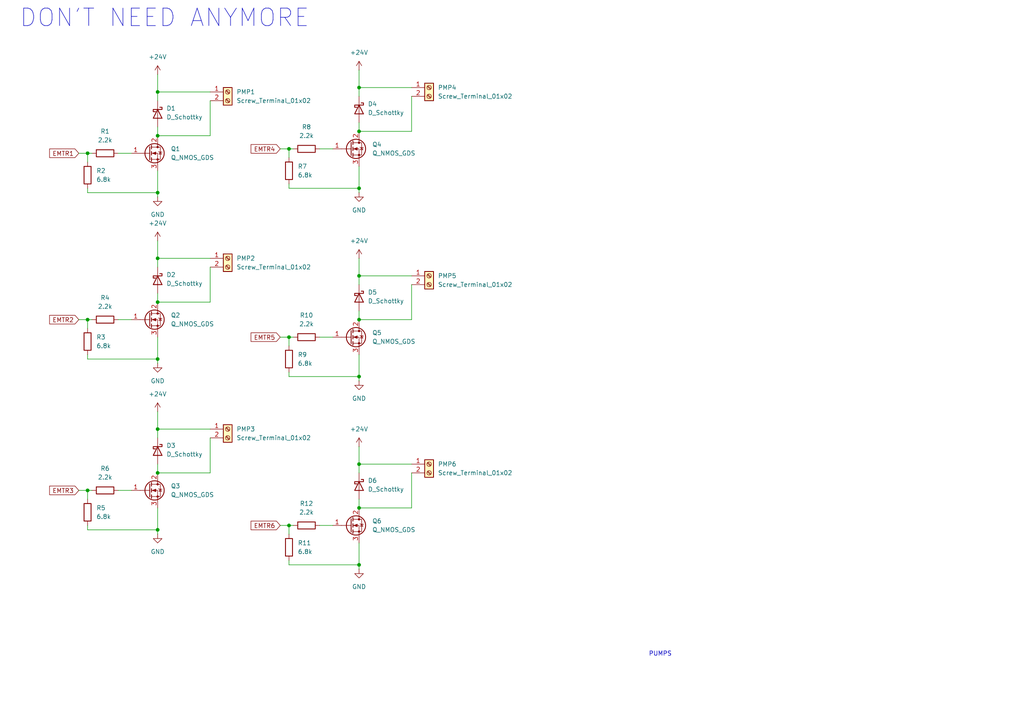
<source format=kicad_sch>
(kicad_sch (version 20231120) (generator "eeschema") (generator_version "8.0")
  (paper "A4")
  (lib_symbols
    (symbol "Connector:Screw_Terminal_01x02" (pin_names (offset 1.016) hide)
      (property "Reference" "J" (at 0 2.54 0))
      (property "Value" "Screw_Terminal_01x02" (at 0 -5.08 0))
      (symbol "Screw_Terminal_01x02_1_1"
        (rectangle (start -1.27 1.27) (end 1.27 -3.81) (stroke (width 0.254)) (fill (type background)))
        (circle (center 0 -2.54) (radius 0.635) (stroke (width 0.1524)))
        (polyline (pts (xy -0.5334 -2.2098) (xy 0.3302 -3.048)) (stroke (width 0.1524)))
        (polyline (pts (xy -0.5334 0.3302) (xy 0.3302 -0.508)) (stroke (width 0.1524)))
        (polyline (pts (xy -0.3556 -2.032) (xy 0.508 -2.8702)) (stroke (width 0.1524)))
        (polyline (pts (xy -0.3556 0.508) (xy 0.508 -0.3302)) (stroke (width 0.1524)))
        (circle (center 0 0) (radius 0.635) (stroke (width 0.1524)))
        (pin passive line (at -5.08 0 0) (length 3.81) (name "Pin_1") (number "1"))
        (pin passive line (at -5.08 -2.54 0) (length 3.81) (name "Pin_2") (number "2"))
      )
    )
    (symbol "Device:D_Schottky" (pin_numbers hide) (pin_names (offset 1.016) hide)
      (property "Reference" "D" (at 0 2.54 0))
      (property "Value" "D_Schottky" (at 0 -2.54 0))
      (symbol "D_Schottky_0_1"
        (polyline (pts (xy 1.27 0) (xy -1.27 0)))
        (polyline (pts (xy 1.27 1.27) (xy 1.27 -1.27) (xy -1.27 0) (xy 1.27 1.27)) (stroke (width 0.254)))
        (polyline (pts (xy -1.905 0.635) (xy -1.905 1.27) (xy -1.27 1.27) (xy -1.27 -1.27) (xy -0.635 -1.27) (xy -0.635 -0.635)) (stroke (width 0.254)))
      )
      (symbol "D_Schottky_1_1"
        (pin passive line (at -3.81 0 0) (length 2.54) (name "K") (number "1"))
        (pin passive line (at 3.81 0 180) (length 2.54) (name "A") (number "2"))
      )
    )
    (symbol "Device:Q_NMOS_GDS" (pin_names (offset 0) hide)
      (property "Reference" "Q" (at 5.08 1.27 0))
      (property "Value" "Q_NMOS_GDS" (at 5.08 -1.27 0))
      (symbol "Q_NMOS_GDS_0_1"
        (polyline (pts (xy 0.254 0) (xy -2.54 0)))
        (polyline (pts (xy 0.254 1.905) (xy 0.254 -1.905)) (stroke (width 0.254)))
        (polyline (pts (xy 0.762 -1.27) (xy 0.762 -2.286)) (stroke (width 0.254)))
        (polyline (pts (xy 0.762 0.508) (xy 0.762 -0.508)) (stroke (width 0.254)))
        (polyline (pts (xy 0.762 2.286) (xy 0.762 1.27)) (stroke (width 0.254)))
        (polyline (pts (xy 2.54 2.54) (xy 2.54 1.778)))
        (polyline (pts (xy 2.54 -2.54) (xy 2.54 0) (xy 0.762 0)))
        (polyline (pts (xy 0.762 -1.778) (xy 3.302 -1.778) (xy 3.302 1.778) (xy 0.762 1.778)))
        (polyline (pts (xy 1.016 0) (xy 2.032 0.381) (xy 2.032 -0.381) (xy 1.016 0)) (fill (type outline)))
        (polyline (pts (xy 2.794 0.508) (xy 2.921 0.381) (xy 3.683 0.381) (xy 3.81 0.254)))
        (polyline (pts (xy 3.302 0.381) (xy 2.921 -0.254) (xy 3.683 -0.254) (xy 3.302 0.381)))
        (circle (center 1.651 0) (radius 2.794) (stroke (width 0.254)))
        (circle (center 2.54 -1.778) (radius 0.254) (fill (type outline)))
        (circle (center 2.54 1.778) (radius 0.254) (fill (type outline)))
      )
      (symbol "Q_NMOS_GDS_1_1"
        (pin input line (at -5.08 0 0) (length 2.54) (name "G") (number "1"))
        (pin passive line (at 2.54 5.08 270) (length 2.54) (name "D") (number "2"))
        (pin passive line (at 2.54 -5.08 90) (length 2.54) (name "S") (number "3"))
      )
    )
    (symbol "Device:R" (pin_numbers hide) (pin_names (offset 0))
      (property "Reference" "R" (at 2.032 0 90))
      (property "Value" "R" (at 0 0 90))
      (symbol "R_0_1"
        (rectangle (start -1.016 -2.54) (end 1.016 2.54) (stroke (width 0.254)))
      )
      (symbol "R_1_1"
        (pin passive line (at 0 3.81 270) (length 1.27) (name "~") (number "1"))
        (pin passive line (at 0 -3.81 90) (length 1.27) (name "~") (number "2"))
      )
    )
    (symbol "power:+24V" (power) (pin_numbers hide) (pin_names (offset 0) hide)
      (property "Value" "+24V" (at 0 3.556 0))
      (symbol "+24V_0_1"
        (polyline (pts (xy -0.762 1.27) (xy 0 2.54)))
        (polyline (pts (xy 0 0) (xy 0 2.54)))
        (polyline (pts (xy 0 2.54) (xy 0.762 1.27)))
      )
      (symbol "+24V_1_1"
        (pin power_in line (at 0 0 90) (length 0) (name "~") (number "1"))
      )
    )
    (symbol "power:GND" (power) (pin_numbers hide) (pin_names (offset 0) hide)
      (property "Value" "GND" (at 0 -3.81 0))
      (symbol "GND_0_1"
        (polyline (pts (xy 0 0) (xy 0 -1.27) (xy 1.27 -1.27) (xy 0 -2.54) (xy -1.27 -1.27) (xy 0 -1.27)))
      )
      (symbol "GND_1_1"
        (pin power_in line (at 0 0 270) (length 0) (name "~") (number "1"))
      )
    )
  )
  (junction (at 25.4 44.45))
  (junction (at 104.14 92.71))
  (junction (at 104.14 25.4))
  (junction (at 83.82 43.18))
  (junction (at 45.72 124.46))
  (junction (at 45.72 153.67))
  (junction (at 45.72 55.88))
  (junction (at 83.82 152.4))
  (junction (at 104.14 54.61))
  (junction (at 45.72 26.67))
  (junction (at 104.14 134.62))
  (junction (at 104.14 147.32))
  (junction (at 25.4 142.24))
  (junction (at 45.72 137.16))
  (junction (at 25.4 92.71))
  (junction (at 45.72 74.93))
  (junction (at 45.72 87.63))
  (junction (at 104.14 163.83))
  (junction (at 45.72 39.37))
  (junction (at 104.14 38.1))
  (junction (at 104.14 80.01))
  (junction (at 45.72 104.14))
  (junction (at 83.82 97.79))
  (junction (at 104.14 109.22))
  (wire (pts (xy 104.14 20.32) (xy 104.14 25.4)))
  (wire (pts (xy 83.82 162.56) (xy 83.82 163.83)))
  (wire (pts (xy 83.82 54.61) (xy 104.14 54.61)))
  (wire (pts (xy 104.14 74.93) (xy 104.14 80.01)))
  (wire (pts (xy 60.96 87.63) (xy 45.72 87.63)))
  (wire (pts (xy 104.14 134.62) (xy 104.14 137.16)))
  (wire (pts (xy 119.38 25.4) (xy 104.14 25.4)))
  (wire (pts (xy 45.72 49.53) (xy 45.72 55.88)))
  (wire (pts (xy 83.82 163.83) (xy 104.14 163.83)))
  (wire (pts (xy 60.96 74.93) (xy 45.72 74.93)))
  (wire (pts (xy 25.4 102.87) (xy 25.4 104.14)))
  (wire (pts (xy 83.82 107.95) (xy 83.82 109.22)))
  (wire (pts (xy 104.14 80.01) (xy 104.14 82.55)))
  (wire (pts (xy 45.72 36.83) (xy 45.72 39.37)))
  (wire (pts (xy 83.82 154.94) (xy 83.82 152.4)))
  (wire (pts (xy 25.4 144.78) (xy 25.4 142.24)))
  (wire (pts (xy 83.82 45.72) (xy 83.82 43.18)))
  (wire (pts (xy 104.14 129.54) (xy 104.14 134.62)))
  (wire (pts (xy 45.72 26.67) (xy 45.72 29.21)))
  (wire (pts (xy 83.82 100.33) (xy 83.82 97.79)))
  (wire (pts (xy 92.71 97.79) (xy 96.52 97.79)))
  (wire (pts (xy 60.96 39.37) (xy 45.72 39.37)))
  (wire (pts (xy 92.71 43.18) (xy 96.52 43.18)))
  (wire (pts (xy 45.72 97.79) (xy 45.72 104.14)))
  (wire (pts (xy 104.14 109.22) (xy 104.14 110.49)))
  (wire (pts (xy 81.28 43.18) (xy 83.82 43.18)))
  (wire (pts (xy 119.38 134.62) (xy 104.14 134.62)))
  (wire (pts (xy 45.72 153.67) (xy 45.72 154.94)))
  (wire (pts (xy 60.96 26.67) (xy 45.72 26.67)))
  (wire (pts (xy 104.14 144.78) (xy 104.14 147.32)))
  (wire (pts (xy 104.14 35.56) (xy 104.14 38.1)))
  (wire (pts (xy 45.72 119.38) (xy 45.72 124.46)))
  (wire (pts (xy 60.96 137.16) (xy 45.72 137.16)))
  (wire (pts (xy 25.4 95.25) (xy 25.4 92.71)))
  (wire (pts (xy 45.72 104.14) (xy 45.72 105.41)))
  (wire (pts (xy 45.72 85.09) (xy 45.72 87.63)))
  (wire (pts (xy 25.4 44.45) (xy 26.67 44.45)))
  (wire (pts (xy 45.72 74.93) (xy 45.72 77.47)))
  (wire (pts (xy 25.4 46.99) (xy 25.4 44.45)))
  (wire (pts (xy 25.4 54.61) (xy 25.4 55.88)))
  (wire (pts (xy 104.14 102.87) (xy 104.14 109.22)))
  (wire (pts (xy 25.4 92.71) (xy 26.67 92.71)))
  (wire (pts (xy 34.29 44.45) (xy 38.1 44.45)))
  (wire (pts (xy 83.82 53.34) (xy 83.82 54.61)))
  (wire (pts (xy 22.86 92.71) (xy 25.4 92.71)))
  (wire (pts (xy 119.38 27.94) (xy 119.38 38.1)))
  (wire (pts (xy 119.38 38.1) (xy 104.14 38.1)))
  (wire (pts (xy 22.86 44.45) (xy 25.4 44.45)))
  (wire (pts (xy 60.96 127) (xy 60.96 137.16)))
  (wire (pts (xy 119.38 92.71) (xy 104.14 92.71)))
  (wire (pts (xy 104.14 90.17) (xy 104.14 92.71)))
  (wire (pts (xy 83.82 109.22) (xy 104.14 109.22)))
  (wire (pts (xy 60.96 77.47) (xy 60.96 87.63)))
  (wire (pts (xy 104.14 25.4) (xy 104.14 27.94)))
  (wire (pts (xy 25.4 55.88) (xy 45.72 55.88)))
  (wire (pts (xy 45.72 124.46) (xy 45.72 127)))
  (wire (pts (xy 45.72 147.32) (xy 45.72 153.67)))
  (wire (pts (xy 119.38 147.32) (xy 104.14 147.32)))
  (wire (pts (xy 25.4 142.24) (xy 26.67 142.24)))
  (wire (pts (xy 83.82 97.79) (xy 85.09 97.79)))
  (wire (pts (xy 25.4 152.4) (xy 25.4 153.67)))
  (wire (pts (xy 45.72 21.59) (xy 45.72 26.67)))
  (wire (pts (xy 45.72 134.62) (xy 45.72 137.16)))
  (wire (pts (xy 45.72 69.85) (xy 45.72 74.93)))
  (wire (pts (xy 83.82 152.4) (xy 85.09 152.4)))
  (wire (pts (xy 34.29 92.71) (xy 38.1 92.71)))
  (wire (pts (xy 34.29 142.24) (xy 38.1 142.24)))
  (wire (pts (xy 22.86 142.24) (xy 25.4 142.24)))
  (wire (pts (xy 92.71 152.4) (xy 96.52 152.4)))
  (wire (pts (xy 25.4 153.67) (xy 45.72 153.67)))
  (wire (pts (xy 119.38 80.01) (xy 104.14 80.01)))
  (wire (pts (xy 81.28 97.79) (xy 83.82 97.79)))
  (wire (pts (xy 25.4 104.14) (xy 45.72 104.14)))
  (wire (pts (xy 83.82 43.18) (xy 85.09 43.18)))
  (wire (pts (xy 104.14 163.83) (xy 104.14 165.1)))
  (wire (pts (xy 119.38 82.55) (xy 119.38 92.71)))
  (wire (pts (xy 104.14 157.48) (xy 104.14 163.83)))
  (wire (pts (xy 81.28 152.4) (xy 83.82 152.4)))
  (wire (pts (xy 119.38 137.16) (xy 119.38 147.32)))
  (wire (pts (xy 104.14 54.61) (xy 104.14 55.88)))
  (wire (pts (xy 45.72 55.88) (xy 45.72 57.15)))
  (wire (pts (xy 104.14 48.26) (xy 104.14 54.61)))
  (wire (pts (xy 60.96 29.21) (xy 60.96 39.37)))
  (wire (pts (xy 60.96 124.46) (xy 45.72 124.46)))
  (text "PUMPS\n" (at 191.516 189.738 0) (effects (font (size 1.27 1.27))))
  (text "PUMP checklist:\nDON'T NEED ANYMORE\n\n" (at 47.752 5.334 0) (effects (font (size 5.08 5.08))))
  (global_label "EMTR4" (shape input) (at 81.28 43.18 180) (property "Intersheetrefs" "${INTERSHEET_REFS}" (effects (hide yes))))
  (global_label "EMTR5" (shape input) (at 81.28 97.79 180) (property "Intersheetrefs" "${INTERSHEET_REFS}" (effects (hide yes))))
  (global_label "EMTR3" (shape input) (at 22.86 142.24 180) (property "Intersheetrefs" "${INTERSHEET_REFS}" (effects (hide yes))))
  (global_label "EMTR2" (shape input) (at 22.86 92.71 180) (property "Intersheetrefs" "${INTERSHEET_REFS}" (effects (hide yes))))
  (global_label "EMTR1" (shape input) (at 22.86 44.45 180) (property "Intersheetrefs" "${INTERSHEET_REFS}" (effects (hide yes))))
  (global_label "EMTR6" (shape input) (at 81.28 152.4 180) (property "Intersheetrefs" "${INTERSHEET_REFS}" (effects (hide yes))))
  (symbol (lib_id "Device:D_Schottky") (at 104.14 31.75 270) (unit 1)
    (property "Reference" "D4" (at 106.68 30.1624 90) (effects (justify left)))
    (property "Value" "D_Schottky" (at 106.68 32.7024 90) (effects (justify left)))
    (property "Footprint" "Diode_SMD:D_SMA" (effects (hide yes)))
    (property "Description" "Schottky diode" (effects (hide yes)))
  )
  (symbol (lib_id "Device:R") (at 88.9 97.79 90) (unit 1)
    (property "Reference" "R10" (at 88.9 91.44 90))
    (property "Value" "2.2k" (at 88.9 93.98 90))
    (property "Footprint" "Resistor_SMD:R_0603_1608Metric" (effects (hide yes)))
    (property "Description" "Resistor" (effects (hide yes)))
  )
  (symbol (lib_id "power:GND") (at 104.14 55.88 0) (unit 1)
    (property "Reference" "#PWR08" (effects (hide yes)))
    (property "Value" "GND" (at 104.14 60.96 0))
    (property "Description" "Power symbol creates a global label with name \"GND\" , ground" (effects (hide yes)))
  )
  (symbol (lib_id "Device:Q_NMOS_GDS") (at 43.18 92.71 0) (unit 1)
    (property "Reference" "Q2" (at 49.53 91.4399 0) (effects (justify left)))
    (property "Value" "Q_NMOS_GDS" (at 49.53 93.9799 0) (effects (justify left)))
    (property "Footprint" "Package_TO_SOT_SMD:TO-252-2" (effects (hide yes)))
    (property "Description" "N-MOSFET transistor, gate/drain/source" (effects (hide yes)))
  )
  (symbol (lib_id "Device:R") (at 88.9 43.18 90) (unit 1)
    (property "Reference" "R8" (at 88.9 36.83 90))
    (property "Value" "2.2k" (at 88.9 39.37 90))
    (property "Footprint" "Resistor_SMD:R_0603_1608Metric" (effects (hide yes)))
    (property "Description" "Resistor" (effects (hide yes)))
  )
  (symbol (lib_id "Device:R") (at 25.4 99.06 0) (unit 1)
    (property "Reference" "R3" (at 27.94 97.7899 0) (effects (justify left)))
    (property "Value" "6.8k" (at 27.94 100.3299 0) (effects (justify left)))
    (property "Footprint" "Resistor_SMD:R_0603_1608Metric" (effects (hide yes)))
    (property "Description" "Resistor" (effects (hide yes)))
  )
  (symbol (lib_id "power:GND") (at 104.14 110.49 0) (unit 1)
    (property "Reference" "#PWR010" (effects (hide yes)))
    (property "Value" "GND" (at 104.14 115.57 0))
    (property "Description" "Power symbol creates a global label with name \"GND\" , ground" (effects (hide yes)))
  )
  (symbol (lib_id "Device:D_Schottky") (at 45.72 81.28 270) (unit 1)
    (property "Reference" "D2" (at 48.26 79.6924 90) (effects (justify left)))
    (property "Value" "D_Schottky" (at 48.26 82.2324 90) (effects (justify left)))
    (property "Footprint" "Diode_SMD:D_SMA" (effects (hide yes)))
    (property "Description" "Schottky diode" (effects (hide yes)))
  )
  (symbol (lib_id "Device:Q_NMOS_GDS") (at 101.6 152.4 0) (unit 1)
    (property "Reference" "Q6" (at 107.95 151.1299 0) (effects (justify left)))
    (property "Value" "Q_NMOS_GDS" (at 107.95 153.6699 0) (effects (justify left)))
    (property "Footprint" "Package_TO_SOT_SMD:TO-252-2" (effects (hide yes)))
    (property "Description" "N-MOSFET transistor, gate/drain/source" (effects (hide yes)))
  )
  (symbol (lib_id "Device:R") (at 88.9 152.4 90) (unit 1)
    (property "Reference" "R12" (at 88.9 146.05 90))
    (property "Value" "2.2k" (at 88.9 148.59 90))
    (property "Footprint" "Resistor_SMD:R_0603_1608Metric" (effects (hide yes)))
    (property "Description" "Resistor" (effects (hide yes)))
  )
  (symbol (lib_id "Device:Q_NMOS_GDS") (at 101.6 97.79 0) (unit 1)
    (property "Reference" "Q5" (at 107.95 96.5199 0) (effects (justify left)))
    (property "Value" "Q_NMOS_GDS" (at 107.95 99.0599 0) (effects (justify left)))
    (property "Footprint" "Package_TO_SOT_SMD:TO-252-2" (effects (hide yes)))
    (property "Description" "N-MOSFET transistor, gate/drain/source" (effects (hide yes)))
  )
  (symbol (lib_id "power:+24V") (at 45.72 21.59 0) (unit 1)
    (property "Reference" "#PWR02" (effects (hide yes)))
    (property "Value" "+24V" (at 45.72 16.51 0))
    (property "Description" "Power symbol creates a global label with name \"+24V\"" (effects (hide yes)))
  )
  (symbol (lib_id "power:GND") (at 45.72 57.15 0) (unit 1)
    (property "Reference" "#PWR01" (effects (hide yes)))
    (property "Value" "GND" (at 45.72 62.23 0))
    (property "Description" "Power symbol creates a global label with name \"GND\" , ground" (effects (hide yes)))
  )
  (symbol (lib_id "power:GND") (at 45.72 105.41 0) (unit 1)
    (property "Reference" "#PWR04" (effects (hide yes)))
    (property "Value" "GND" (at 45.72 110.49 0))
    (property "Description" "Power symbol creates a global label with name \"GND\" , ground" (effects (hide yes)))
  )
  (symbol (lib_id "Connector:Screw_Terminal_01x02") (at 66.04 74.93 0) (unit 1)
    (property "Reference" "PMP2" (at 68.58 74.9299 0) (effects (justify left)))
    (property "Value" "Screw_Terminal_01x02" (at 68.58 77.4699 0) (effects (justify left)))
    (property "Footprint" "TerminalBlock:TerminalBlock_Xinya_XY308-2.54-2P_1x02_P2.54mm_Horizontal" (effects (hide yes)))
    (property "Description" "Generic screw terminal, single row, 01x02, script generated (kicad-library-utils/schlib/autogen/connector/)" (effects (hide yes)))
  )
  (symbol (lib_id "Connector:Screw_Terminal_01x02") (at 66.04 26.67 0) (unit 1)
    (property "Reference" "PMP1" (at 68.58 26.6699 0) (effects (justify left)))
    (property "Value" "Screw_Terminal_01x02" (at 68.58 29.2099 0) (effects (justify left)))
    (property "Footprint" "TerminalBlock:TerminalBlock_Xinya_XY308-2.54-2P_1x02_P2.54mm_Horizontal" (effects (hide yes)))
    (property "Description" "Generic screw terminal, single row, 01x02, script generated (kicad-library-utils/schlib/autogen/connector/)" (effects (hide yes)))
  )
  (symbol (lib_id "Device:R") (at 83.82 158.75 0) (unit 1)
    (property "Reference" "R11" (at 86.36 157.4799 0) (effects (justify left)))
    (property "Value" "6.8k" (at 86.36 160.0199 0) (effects (justify left)))
    (property "Footprint" "Resistor_SMD:R_0603_1608Metric" (effects (hide yes)))
    (property "Description" "Resistor" (effects (hide yes)))
  )
  (symbol (lib_id "Connector:Screw_Terminal_01x02") (at 66.04 124.46 0) (unit 1)
    (property "Reference" "PMP3" (at 68.58 124.4599 0) (effects (justify left)))
    (property "Value" "Screw_Terminal_01x02" (at 68.58 126.9999 0) (effects (justify left)))
    (property "Footprint" "TerminalBlock:TerminalBlock_Xinya_XY308-2.54-2P_1x02_P2.54mm_Horizontal" (effects (hide yes)))
    (property "Description" "Generic screw terminal, single row, 01x02, script generated (kicad-library-utils/schlib/autogen/connector/)" (effects (hide yes)))
  )
  (symbol (lib_id "power:+24V") (at 104.14 129.54 0) (unit 1)
    (property "Reference" "#PWR011" (effects (hide yes)))
    (property "Value" "+24V" (at 104.14 124.46 0))
    (property "Description" "Power symbol creates a global label with name \"+24V\"" (effects (hide yes)))
  )
  (symbol (lib_id "power:GND") (at 104.14 165.1 0) (unit 1)
    (property "Reference" "#PWR012" (effects (hide yes)))
    (property "Value" "GND" (at 104.14 170.18 0))
    (property "Description" "Power symbol creates a global label with name \"GND\" , ground" (effects (hide yes)))
  )
  (symbol (lib_id "Device:R") (at 30.48 92.71 90) (unit 1)
    (property "Reference" "R4" (at 30.48 86.36 90))
    (property "Value" "2.2k" (at 30.48 88.9 90))
    (property "Footprint" "Resistor_SMD:R_0603_1608Metric" (effects (hide yes)))
    (property "Description" "Resistor" (effects (hide yes)))
  )
  (symbol (lib_id "power:+24V") (at 45.72 69.85 0) (unit 1)
    (property "Reference" "#PWR03" (effects (hide yes)))
    (property "Value" "+24V" (at 45.72 64.77 0))
    (property "Description" "Power symbol creates a global label with name \"+24V\"" (effects (hide yes)))
  )
  (symbol (lib_id "Connector:Screw_Terminal_01x02") (at 124.46 25.4 0) (unit 1)
    (property "Reference" "PMP4" (at 127 25.3999 0) (effects (justify left)))
    (property "Value" "Screw_Terminal_01x02" (at 127 27.9399 0) (effects (justify left)))
    (property "Footprint" "TerminalBlock:TerminalBlock_Xinya_XY308-2.54-2P_1x02_P2.54mm_Horizontal" (effects (hide yes)))
    (property "Description" "Generic screw terminal, single row, 01x02, script generated (kicad-library-utils/schlib/autogen/connector/)" (effects (hide yes)))
  )
  (symbol (lib_id "Device:Q_NMOS_GDS") (at 43.18 44.45 0) (unit 1)
    (property "Reference" "Q1" (at 49.53 43.1799 0) (effects (justify left)))
    (property "Value" "Q_NMOS_GDS" (at 49.53 45.7199 0) (effects (justify left)))
    (property "Footprint" "Package_TO_SOT_SMD:TO-252-2" (effects (hide yes)))
    (property "Description" "N-MOSFET transistor, gate/drain/source" (effects (hide yes)))
  )
  (symbol (lib_id "power:+24V") (at 104.14 20.32 0) (unit 1)
    (property "Reference" "#PWR07" (effects (hide yes)))
    (property "Value" "+24V" (at 104.14 15.24 0))
    (property "Description" "Power symbol creates a global label with name \"+24V\"" (effects (hide yes)))
  )
  (symbol (lib_id "Device:R") (at 83.82 49.53 0) (unit 1)
    (property "Reference" "R7" (at 86.36 48.2599 0) (effects (justify left)))
    (property "Value" "6.8k" (at 86.36 50.7999 0) (effects (justify left)))
    (property "Footprint" "Resistor_SMD:R_0603_1608Metric" (effects (hide yes)))
    (property "Description" "Resistor" (effects (hide yes)))
  )
  (symbol (lib_id "power:+24V") (at 104.14 74.93 0) (unit 1)
    (property "Reference" "#PWR09" (effects (hide yes)))
    (property "Value" "+24V" (at 104.14 69.85 0))
    (property "Description" "Power symbol creates a global label with name \"+24V\"" (effects (hide yes)))
  )
  (symbol (lib_id "Device:R") (at 30.48 44.45 90) (unit 1)
    (property "Reference" "R1" (at 30.48 38.1 90))
    (property "Value" "2.2k" (at 30.48 40.64 90))
    (property "Footprint" "Resistor_SMD:R_0603_1608Metric" (effects (hide yes)))
    (property "Description" "Resistor" (effects (hide yes)))
  )
  (symbol (lib_id "power:+24V") (at 45.72 119.38 0) (unit 1)
    (property "Reference" "#PWR05" (effects (hide yes)))
    (property "Value" "+24V" (at 45.72 114.3 0))
    (property "Description" "Power symbol creates a global label with name \"+24V\"" (effects (hide yes)))
  )
  (symbol (lib_id "Device:Q_NMOS_GDS") (at 101.6 43.18 0) (unit 1)
    (property "Reference" "Q4" (at 107.95 41.9099 0) (effects (justify left)))
    (property "Value" "Q_NMOS_GDS" (at 107.95 44.4499 0) (effects (justify left)))
    (property "Footprint" "Package_TO_SOT_SMD:TO-252-2" (effects (hide yes)))
    (property "Description" "N-MOSFET transistor, gate/drain/source" (effects (hide yes)))
  )
  (symbol (lib_id "Connector:Screw_Terminal_01x02") (at 124.46 134.62 0) (unit 1)
    (property "Reference" "PMP6" (at 127 134.6199 0) (effects (justify left)))
    (property "Value" "Screw_Terminal_01x02" (at 127 137.1599 0) (effects (justify left)))
    (property "Footprint" "TerminalBlock:TerminalBlock_Xinya_XY308-2.54-2P_1x02_P2.54mm_Horizontal" (effects (hide yes)))
    (property "Description" "Generic screw terminal, single row, 01x02, script generated (kicad-library-utils/schlib/autogen/connector/)" (effects (hide yes)))
  )
  (symbol (lib_id "Connector:Screw_Terminal_01x02") (at 124.46 80.01 0) (unit 1)
    (property "Reference" "PMP5" (at 127 80.0099 0) (effects (justify left)))
    (property "Value" "Screw_Terminal_01x02" (at 127 82.5499 0) (effects (justify left)))
    (property "Footprint" "TerminalBlock:TerminalBlock_Xinya_XY308-2.54-2P_1x02_P2.54mm_Horizontal" (effects (hide yes)))
    (property "Description" "Generic screw terminal, single row, 01x02, script generated (kicad-library-utils/schlib/autogen/connector/)" (effects (hide yes)))
  )
  (symbol (lib_id "Device:D_Schottky") (at 45.72 33.02 270) (unit 1)
    (property "Reference" "D1" (at 48.26 31.4324 90) (effects (justify left)))
    (property "Value" "D_Schottky" (at 48.26 33.9724 90) (effects (justify left)))
    (property "Footprint" "Diode_SMD:D_SMA" (effects (hide yes)))
    (property "Description" "Schottky diode" (effects (hide yes)))
  )
  (symbol (lib_id "Device:R") (at 25.4 50.8 0) (unit 1)
    (property "Reference" "R2" (at 27.94 49.5299 0) (effects (justify left)))
    (property "Value" "6.8k" (at 27.94 52.0699 0) (effects (justify left)))
    (property "Footprint" "Resistor_SMD:R_0603_1608Metric" (effects (hide yes)))
    (property "Description" "Resistor" (effects (hide yes)))
  )
  (symbol (lib_id "Device:D_Schottky") (at 104.14 86.36 270) (unit 1)
    (property "Reference" "D5" (at 106.68 84.7724 90) (effects (justify left)))
    (property "Value" "D_Schottky" (at 106.68 87.3124 90) (effects (justify left)))
    (property "Footprint" "Diode_SMD:D_SMA" (effects (hide yes)))
    (property "Description" "Schottky diode" (effects (hide yes)))
  )
  (symbol (lib_id "Device:D_Schottky") (at 104.14 140.97 270) (unit 1)
    (property "Reference" "D6" (at 106.68 139.3824 90) (effects (justify left)))
    (property "Value" "D_Schottky" (at 106.68 141.9224 90) (effects (justify left)))
    (property "Footprint" "Diode_SMD:D_SMA" (effects (hide yes)))
    (property "Description" "Schottky diode" (effects (hide yes)))
  )
  (symbol (lib_id "Device:R") (at 25.4 148.59 0) (unit 1)
    (property "Reference" "R5" (at 27.94 147.3199 0) (effects (justify left)))
    (property "Value" "6.8k" (at 27.94 149.8599 0) (effects (justify left)))
    (property "Footprint" "Resistor_SMD:R_0603_1608Metric" (effects (hide yes)))
    (property "Description" "Resistor" (effects (hide yes)))
  )
  (symbol (lib_id "Device:Q_NMOS_GDS") (at 43.18 142.24 0) (unit 1)
    (property "Reference" "Q3" (at 49.53 140.9699 0) (effects (justify left)))
    (property "Value" "Q_NMOS_GDS" (at 49.53 143.5099 0) (effects (justify left)))
    (property "Footprint" "Package_TO_SOT_SMD:TO-252-2" (effects (hide yes)))
    (property "Description" "N-MOSFET transistor, gate/drain/source" (effects (hide yes)))
  )
  (symbol (lib_id "Device:R") (at 83.82 104.14 0) (unit 1)
    (property "Reference" "R9" (at 86.36 102.8699 0) (effects (justify left)))
    (property "Value" "6.8k" (at 86.36 105.4099 0) (effects (justify left)))
    (property "Footprint" "Resistor_SMD:R_0603_1608Metric" (effects (hide yes)))
    (property "Description" "Resistor" (effects (hide yes)))
  )
  (symbol (lib_id "Device:R") (at 30.48 142.24 90) (unit 1)
    (property "Reference" "R6" (at 30.48 135.89 90))
    (property "Value" "2.2k" (at 30.48 138.43 90))
    (property "Footprint" "Resistor_SMD:R_0603_1608Metric" (effects (hide yes)))
    (property "Description" "Resistor" (effects (hide yes)))
  )
  (symbol (lib_id "Device:D_Schottky") (at 45.72 130.81 270) (unit 1)
    (property "Reference" "D3" (at 48.26 129.2224 90) (effects (justify left)))
    (property "Value" "D_Schottky" (at 48.26 131.7624 90) (effects (justify left)))
    (property "Footprint" "Diode_SMD:D_SMA" (effects (hide yes)))
    (property "Description" "Schottky diode" (effects (hide yes)))
  )
  (symbol (lib_id "power:GND") (at 45.72 154.94 0) (unit 1)
    (property "Reference" "#PWR06" (effects (hide yes)))
    (property "Value" "GND" (at 45.72 160.02 0))
    (property "Description" "Power symbol creates a global label with name \"GND\" , ground" (effects (hide yes)))
  )
  (sheet (at 302.26 73.66) (size 83.82 57.15) (stroke (width 0.1524))
    (property "Sheetname" "Breakouts" (at 302.26 72.9484 0) (effects (justify left bottom)))
    (property "Sheetfile" "breakouts.kicad_sch" (at 302.26 131.3946 0) (effects (justify left top)))
  )
  (sheet (at 302.26 137.16) (size 82.55 72.39) (stroke (width 0.1524))
    (property "Sheetname" "Servos" (at 302.26 136.4484 0) (effects (justify left bottom)))
    (property "Sheetfile" "Servos.kicad_sch" (at 302.26 210.1346 0) (effects (justify left top)))
  )
  (sheet (at 466.09 73.66) (size 68.58 57.15) (stroke (width 0.1524))
    (property "Sheetname" "USB Programming" (at 466.09 72.9484 0) (effects (justify left bottom)))
    (property "Sheetfile" "USB.kicad_sch" (at 466.09 131.3946 0) (effects (justify left top)))
  )
  (sheet (at 387.35 137.16) (size 77.47 72.39) (stroke (width 0.1524))
    (property "Sheetname" "PWM" (at 387.35 136.4484 0) (effects (justify left bottom)))
    (property "Sheetfile" "PWM.kicad_sch" (at 387.35 210.1346 0) (effects (justify left top)))
  )
  (sheet (at 302.26 0) (size 83.82 68.58) (stroke (width 0.1524))
    (property "Sheetname" "PWR" (at 302.26 -0.7116 0) (effects (justify left bottom)))
    (property "Sheetfile" "PWR.kicad_sch" (at 302.26 69.1646 0) (effects (justify left top)))
  )
  (sheet (at 466.09 137.16) (size 68.58 72.39) (stroke (width 0.1524))
    (property "Sheetname" "FAN" (at 466.09 136.4484 0) (effects (justify left bottom)))
    (property "Sheetfile" "FAN.kicad_sch" (at 466.09 210.1346 0) (effects (justify left top)))
  )
  (sheet (at 466.09 0) (size 68.58 68.58) (stroke (width 0.1524))
    (property "Sheetname" "Lasors" (at 466.09 -0.7116 0) (effects (justify left bottom)))
    (property "Sheetfile" "lasor.kicad_sch" (at 466.09 69.1646 0) (effects (justify left top)))
  )
  (sheet (at 387.35 73.66) (size 77.47 57.15) (stroke (width 0.1524))
    (property "Sheetname" "Sensors" (at 387.35 72.9484 0) (effects (justify left bottom)))
    (property "Sheetfile" "sensors.kicad_sch" (at 387.35 131.3946 0) (effects (justify left top)))
  )
  (sheet (at 387.35 0) (size 77.47 68.58) (stroke (width 0.1524))
    (property "Sheetname" "MICROMOD" (at 387.35 -0.7116 0) (effects (justify left bottom)))
    (property "Sheetfile" "comms.kicad_sch" (at 387.35 69.1646 0) (effects (justify left top)))
  )
)
</source>
